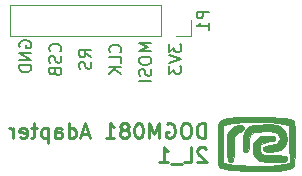
<source format=gbr>
G04 #@! TF.FileFunction,Legend,Bot*
%FSLAX46Y46*%
G04 Gerber Fmt 4.6, Leading zero omitted, Abs format (unit mm)*
G04 Created by KiCad (PCBNEW 4.0.0-rc1-stable) date 09/08/2017 17:43:47*
%MOMM*%
G01*
G04 APERTURE LIST*
%ADD10C,0.076200*%
%ADD11C,0.254000*%
%ADD12C,0.127000*%
%ADD13C,0.120000*%
%ADD14C,0.100000*%
%ADD15C,0.150000*%
G04 APERTURE END LIST*
D10*
D11*
X182831619Y-88458524D02*
X182831619Y-87188524D01*
X182529238Y-87188524D01*
X182347810Y-87249000D01*
X182226857Y-87369952D01*
X182166381Y-87490905D01*
X182105905Y-87732810D01*
X182105905Y-87914238D01*
X182166381Y-88156143D01*
X182226857Y-88277095D01*
X182347810Y-88398048D01*
X182529238Y-88458524D01*
X182831619Y-88458524D01*
X181319714Y-87188524D02*
X181077810Y-87188524D01*
X180956857Y-87249000D01*
X180835905Y-87369952D01*
X180775429Y-87611857D01*
X180775429Y-88035190D01*
X180835905Y-88277095D01*
X180956857Y-88398048D01*
X181077810Y-88458524D01*
X181319714Y-88458524D01*
X181440667Y-88398048D01*
X181561619Y-88277095D01*
X181622095Y-88035190D01*
X181622095Y-87611857D01*
X181561619Y-87369952D01*
X181440667Y-87249000D01*
X181319714Y-87188524D01*
X179565905Y-87249000D02*
X179686857Y-87188524D01*
X179868286Y-87188524D01*
X180049714Y-87249000D01*
X180170667Y-87369952D01*
X180231143Y-87490905D01*
X180291619Y-87732810D01*
X180291619Y-87914238D01*
X180231143Y-88156143D01*
X180170667Y-88277095D01*
X180049714Y-88398048D01*
X179868286Y-88458524D01*
X179747334Y-88458524D01*
X179565905Y-88398048D01*
X179505429Y-88337571D01*
X179505429Y-87914238D01*
X179747334Y-87914238D01*
X178961143Y-88458524D02*
X178961143Y-87188524D01*
X178537810Y-88095667D01*
X178114476Y-87188524D01*
X178114476Y-88458524D01*
X177267809Y-87188524D02*
X177146857Y-87188524D01*
X177025905Y-87249000D01*
X176965428Y-87309476D01*
X176904952Y-87430429D01*
X176844476Y-87672333D01*
X176844476Y-87974714D01*
X176904952Y-88216619D01*
X176965428Y-88337571D01*
X177025905Y-88398048D01*
X177146857Y-88458524D01*
X177267809Y-88458524D01*
X177388762Y-88398048D01*
X177449238Y-88337571D01*
X177509714Y-88216619D01*
X177570190Y-87974714D01*
X177570190Y-87672333D01*
X177509714Y-87430429D01*
X177449238Y-87309476D01*
X177388762Y-87249000D01*
X177267809Y-87188524D01*
X176118761Y-87732810D02*
X176239714Y-87672333D01*
X176300190Y-87611857D01*
X176360666Y-87490905D01*
X176360666Y-87430429D01*
X176300190Y-87309476D01*
X176239714Y-87249000D01*
X176118761Y-87188524D01*
X175876857Y-87188524D01*
X175755904Y-87249000D01*
X175695428Y-87309476D01*
X175634952Y-87430429D01*
X175634952Y-87490905D01*
X175695428Y-87611857D01*
X175755904Y-87672333D01*
X175876857Y-87732810D01*
X176118761Y-87732810D01*
X176239714Y-87793286D01*
X176300190Y-87853762D01*
X176360666Y-87974714D01*
X176360666Y-88216619D01*
X176300190Y-88337571D01*
X176239714Y-88398048D01*
X176118761Y-88458524D01*
X175876857Y-88458524D01*
X175755904Y-88398048D01*
X175695428Y-88337571D01*
X175634952Y-88216619D01*
X175634952Y-87974714D01*
X175695428Y-87853762D01*
X175755904Y-87793286D01*
X175876857Y-87732810D01*
X174425428Y-88458524D02*
X175151142Y-88458524D01*
X174788285Y-88458524D02*
X174788285Y-87188524D01*
X174909237Y-87369952D01*
X175030190Y-87490905D01*
X175151142Y-87551381D01*
X172973999Y-88095667D02*
X172369237Y-88095667D01*
X173094952Y-88458524D02*
X172671618Y-87188524D01*
X172248285Y-88458524D01*
X171280666Y-88458524D02*
X171280666Y-87188524D01*
X171280666Y-88398048D02*
X171401619Y-88458524D01*
X171643523Y-88458524D01*
X171764476Y-88398048D01*
X171824952Y-88337571D01*
X171885428Y-88216619D01*
X171885428Y-87853762D01*
X171824952Y-87732810D01*
X171764476Y-87672333D01*
X171643523Y-87611857D01*
X171401619Y-87611857D01*
X171280666Y-87672333D01*
X170131618Y-88458524D02*
X170131618Y-87793286D01*
X170192095Y-87672333D01*
X170313047Y-87611857D01*
X170554952Y-87611857D01*
X170675904Y-87672333D01*
X170131618Y-88398048D02*
X170252571Y-88458524D01*
X170554952Y-88458524D01*
X170675904Y-88398048D01*
X170736380Y-88277095D01*
X170736380Y-88156143D01*
X170675904Y-88035190D01*
X170554952Y-87974714D01*
X170252571Y-87974714D01*
X170131618Y-87914238D01*
X169526856Y-87611857D02*
X169526856Y-88881857D01*
X169526856Y-87672333D02*
X169405904Y-87611857D01*
X169163999Y-87611857D01*
X169043047Y-87672333D01*
X168982570Y-87732810D01*
X168922094Y-87853762D01*
X168922094Y-88216619D01*
X168982570Y-88337571D01*
X169043047Y-88398048D01*
X169163999Y-88458524D01*
X169405904Y-88458524D01*
X169526856Y-88398048D01*
X168559237Y-87611857D02*
X168075427Y-87611857D01*
X168377808Y-87188524D02*
X168377808Y-88277095D01*
X168317332Y-88398048D01*
X168196379Y-88458524D01*
X168075427Y-88458524D01*
X167168285Y-88398048D02*
X167289237Y-88458524D01*
X167531142Y-88458524D01*
X167652094Y-88398048D01*
X167712570Y-88277095D01*
X167712570Y-87793286D01*
X167652094Y-87672333D01*
X167531142Y-87611857D01*
X167289237Y-87611857D01*
X167168285Y-87672333D01*
X167107808Y-87793286D01*
X167107808Y-87914238D01*
X167712570Y-88035190D01*
X166563523Y-88458524D02*
X166563523Y-87611857D01*
X166563523Y-87853762D02*
X166503047Y-87732810D01*
X166442571Y-87672333D01*
X166321618Y-87611857D01*
X166200666Y-87611857D01*
X182892095Y-89341476D02*
X182831619Y-89281000D01*
X182710667Y-89220524D01*
X182408286Y-89220524D01*
X182287333Y-89281000D01*
X182226857Y-89341476D01*
X182166381Y-89462429D01*
X182166381Y-89583381D01*
X182226857Y-89764810D01*
X182952571Y-90490524D01*
X182166381Y-90490524D01*
X181017333Y-90490524D02*
X181622095Y-90490524D01*
X181622095Y-89220524D01*
X180896381Y-90611476D02*
X179928762Y-90611476D01*
X178961143Y-90490524D02*
X179686857Y-90490524D01*
X179324000Y-90490524D02*
X179324000Y-89220524D01*
X179444952Y-89401952D01*
X179565905Y-89522905D01*
X179686857Y-89583381D01*
D12*
X167132000Y-80759905D02*
X167083619Y-80663143D01*
X167083619Y-80518000D01*
X167132000Y-80372858D01*
X167228762Y-80276096D01*
X167325524Y-80227715D01*
X167519048Y-80179334D01*
X167664190Y-80179334D01*
X167857714Y-80227715D01*
X167954476Y-80276096D01*
X168051238Y-80372858D01*
X168099619Y-80518000D01*
X168099619Y-80614762D01*
X168051238Y-80759905D01*
X168002857Y-80808286D01*
X167664190Y-80808286D01*
X167664190Y-80614762D01*
X168099619Y-81243715D02*
X167083619Y-81243715D01*
X168099619Y-81824286D01*
X167083619Y-81824286D01*
X168099619Y-82308096D02*
X167083619Y-82308096D01*
X167083619Y-82550001D01*
X167132000Y-82695143D01*
X167228762Y-82791905D01*
X167325524Y-82840286D01*
X167519048Y-82888667D01*
X167664190Y-82888667D01*
X167857714Y-82840286D01*
X167954476Y-82791905D01*
X168051238Y-82695143D01*
X168099619Y-82550001D01*
X168099619Y-82308096D01*
X170542857Y-81110667D02*
X170591238Y-81062286D01*
X170639619Y-80917143D01*
X170639619Y-80820381D01*
X170591238Y-80675239D01*
X170494476Y-80578477D01*
X170397714Y-80530096D01*
X170204190Y-80481715D01*
X170059048Y-80481715D01*
X169865524Y-80530096D01*
X169768762Y-80578477D01*
X169672000Y-80675239D01*
X169623619Y-80820381D01*
X169623619Y-80917143D01*
X169672000Y-81062286D01*
X169720381Y-81110667D01*
X170591238Y-81497715D02*
X170639619Y-81642858D01*
X170639619Y-81884762D01*
X170591238Y-81981524D01*
X170542857Y-82029905D01*
X170446095Y-82078286D01*
X170349333Y-82078286D01*
X170252571Y-82029905D01*
X170204190Y-81981524D01*
X170155810Y-81884762D01*
X170107429Y-81691239D01*
X170059048Y-81594477D01*
X170010667Y-81546096D01*
X169913905Y-81497715D01*
X169817143Y-81497715D01*
X169720381Y-81546096D01*
X169672000Y-81594477D01*
X169623619Y-81691239D01*
X169623619Y-81933143D01*
X169672000Y-82078286D01*
X170107429Y-82852381D02*
X170155810Y-82997524D01*
X170204190Y-83045905D01*
X170300952Y-83094286D01*
X170446095Y-83094286D01*
X170542857Y-83045905D01*
X170591238Y-82997524D01*
X170639619Y-82900762D01*
X170639619Y-82513715D01*
X169623619Y-82513715D01*
X169623619Y-82852381D01*
X169672000Y-82949143D01*
X169720381Y-82997524D01*
X169817143Y-83045905D01*
X169913905Y-83045905D01*
X170010667Y-82997524D01*
X170059048Y-82949143D01*
X170107429Y-82852381D01*
X170107429Y-82513715D01*
X173179619Y-81618667D02*
X172695810Y-81280001D01*
X173179619Y-81038096D02*
X172163619Y-81038096D01*
X172163619Y-81425143D01*
X172212000Y-81521905D01*
X172260381Y-81570286D01*
X172357143Y-81618667D01*
X172502286Y-81618667D01*
X172599048Y-81570286D01*
X172647429Y-81521905D01*
X172695810Y-81425143D01*
X172695810Y-81038096D01*
X173131238Y-82005715D02*
X173179619Y-82150858D01*
X173179619Y-82392762D01*
X173131238Y-82489524D01*
X173082857Y-82537905D01*
X172986095Y-82586286D01*
X172889333Y-82586286D01*
X172792571Y-82537905D01*
X172744190Y-82489524D01*
X172695810Y-82392762D01*
X172647429Y-82199239D01*
X172599048Y-82102477D01*
X172550667Y-82054096D01*
X172453905Y-82005715D01*
X172357143Y-82005715D01*
X172260381Y-82054096D01*
X172212000Y-82102477D01*
X172163619Y-82199239D01*
X172163619Y-82441143D01*
X172212000Y-82586286D01*
X175622857Y-81183238D02*
X175671238Y-81134857D01*
X175719619Y-80989714D01*
X175719619Y-80892952D01*
X175671238Y-80747810D01*
X175574476Y-80651048D01*
X175477714Y-80602667D01*
X175284190Y-80554286D01*
X175139048Y-80554286D01*
X174945524Y-80602667D01*
X174848762Y-80651048D01*
X174752000Y-80747810D01*
X174703619Y-80892952D01*
X174703619Y-80989714D01*
X174752000Y-81134857D01*
X174800381Y-81183238D01*
X175719619Y-82102476D02*
X175719619Y-81618667D01*
X174703619Y-81618667D01*
X175719619Y-82441143D02*
X174703619Y-82441143D01*
X175719619Y-83021714D02*
X175139048Y-82586286D01*
X174703619Y-83021714D02*
X175284190Y-82441143D01*
X178259619Y-80445429D02*
X177243619Y-80445429D01*
X177969333Y-80784095D01*
X177243619Y-81122762D01*
X178259619Y-81122762D01*
X177243619Y-81800096D02*
X177243619Y-81993619D01*
X177292000Y-82090381D01*
X177388762Y-82187143D01*
X177582286Y-82235524D01*
X177920952Y-82235524D01*
X178114476Y-82187143D01*
X178211238Y-82090381D01*
X178259619Y-81993619D01*
X178259619Y-81800096D01*
X178211238Y-81703334D01*
X178114476Y-81606572D01*
X177920952Y-81558191D01*
X177582286Y-81558191D01*
X177388762Y-81606572D01*
X177292000Y-81703334D01*
X177243619Y-81800096D01*
X178211238Y-82622572D02*
X178259619Y-82767715D01*
X178259619Y-83009619D01*
X178211238Y-83106381D01*
X178162857Y-83154762D01*
X178066095Y-83203143D01*
X177969333Y-83203143D01*
X177872571Y-83154762D01*
X177824190Y-83106381D01*
X177775810Y-83009619D01*
X177727429Y-82816096D01*
X177679048Y-82719334D01*
X177630667Y-82670953D01*
X177533905Y-82622572D01*
X177437143Y-82622572D01*
X177340381Y-82670953D01*
X177292000Y-82719334D01*
X177243619Y-82816096D01*
X177243619Y-83058000D01*
X177292000Y-83203143D01*
X178259619Y-83638572D02*
X177243619Y-83638572D01*
X179783619Y-80530096D02*
X179783619Y-81159048D01*
X180170667Y-80820382D01*
X180170667Y-80965524D01*
X180219048Y-81062286D01*
X180267429Y-81110667D01*
X180364190Y-81159048D01*
X180606095Y-81159048D01*
X180702857Y-81110667D01*
X180751238Y-81062286D01*
X180799619Y-80965524D01*
X180799619Y-80675239D01*
X180751238Y-80578477D01*
X180702857Y-80530096D01*
X179783619Y-81449334D02*
X180799619Y-81788001D01*
X179783619Y-82126667D01*
X179783619Y-82368572D02*
X179783619Y-82997524D01*
X180170667Y-82658858D01*
X180170667Y-82804000D01*
X180219048Y-82900762D01*
X180267429Y-82949143D01*
X180364190Y-82997524D01*
X180606095Y-82997524D01*
X180702857Y-82949143D01*
X180751238Y-82900762D01*
X180799619Y-82804000D01*
X180799619Y-82513715D01*
X180751238Y-82416953D01*
X180702857Y-82368572D01*
D13*
X179070000Y-79816000D02*
X166310000Y-79816000D01*
X166310000Y-79816000D02*
X166310000Y-77156000D01*
X166310000Y-77156000D02*
X179070000Y-77156000D01*
X179070000Y-77156000D02*
X179070000Y-79816000D01*
X180340000Y-79816000D02*
X181670000Y-79816000D01*
X181670000Y-79816000D02*
X181670000Y-78486000D01*
D14*
G36*
X183893622Y-88156418D02*
X183895762Y-88750076D01*
X183896000Y-88934945D01*
X183897968Y-89575217D01*
X183904635Y-90065453D01*
X183917144Y-90424914D01*
X183936639Y-90672861D01*
X183964265Y-90828554D01*
X184001165Y-90911252D01*
X184014169Y-90924670D01*
X184181404Y-90996142D01*
X184319333Y-91026474D01*
X184319333Y-90572748D01*
X184319333Y-88979371D01*
X184323389Y-88458909D01*
X184334750Y-88009332D01*
X184352205Y-87655665D01*
X184374547Y-87422937D01*
X184398725Y-87336926D01*
X184510173Y-87306092D01*
X184752448Y-87259619D01*
X185088507Y-87204095D01*
X185435892Y-87152485D01*
X186064360Y-87090536D01*
X186791949Y-87062245D01*
X187561863Y-87066497D01*
X188317308Y-87102179D01*
X189001486Y-87168176D01*
X189399333Y-87230237D01*
X189949667Y-87334859D01*
X189972634Y-88956143D01*
X189995601Y-90577426D01*
X189422301Y-90668198D01*
X189086387Y-90720928D01*
X188781576Y-90768002D01*
X188595000Y-90796091D01*
X188354831Y-90813739D01*
X187983475Y-90820161D01*
X187518617Y-90816617D01*
X186997943Y-90804364D01*
X186459138Y-90784660D01*
X185939888Y-90758761D01*
X185477878Y-90727926D01*
X185110794Y-90693412D01*
X184975500Y-90675306D01*
X184319333Y-90572748D01*
X184319333Y-91026474D01*
X184490725Y-91064166D01*
X184914887Y-91126037D01*
X185426644Y-91179051D01*
X185998751Y-91220504D01*
X186603961Y-91247692D01*
X187215031Y-91257910D01*
X187367333Y-91257483D01*
X187852331Y-91252260D01*
X188291111Y-91244201D01*
X188649846Y-91234183D01*
X188894708Y-91223080D01*
X188976000Y-91215816D01*
X189482572Y-91132236D01*
X189890361Y-91049708D01*
X190175538Y-90973632D01*
X190309500Y-90913674D01*
X190346535Y-90835849D01*
X190374694Y-90660790D01*
X190394802Y-90373075D01*
X190407683Y-89957284D01*
X190414163Y-89397996D01*
X190415333Y-88934945D01*
X190414382Y-88318599D01*
X190410423Y-87850164D01*
X190401800Y-87508224D01*
X190386856Y-87271362D01*
X190363934Y-87118160D01*
X190331378Y-87027203D01*
X190287532Y-86977073D01*
X190262688Y-86961597D01*
X189996800Y-86868179D01*
X189591239Y-86788175D01*
X189075227Y-86722830D01*
X188477985Y-86673389D01*
X187828736Y-86641099D01*
X187156702Y-86627204D01*
X186491104Y-86632950D01*
X185861166Y-86659582D01*
X185296109Y-86708346D01*
X185057807Y-86739783D01*
X184692342Y-86791423D01*
X184412238Y-86836352D01*
X184206234Y-86895847D01*
X184063071Y-86991182D01*
X183971488Y-87143632D01*
X183920225Y-87374471D01*
X183898023Y-87704975D01*
X183893622Y-88156418D01*
X183893622Y-88156418D01*
X183893622Y-88156418D01*
G37*
X183893622Y-88156418D02*
X183895762Y-88750076D01*
X183896000Y-88934945D01*
X183897968Y-89575217D01*
X183904635Y-90065453D01*
X183917144Y-90424914D01*
X183936639Y-90672861D01*
X183964265Y-90828554D01*
X184001165Y-90911252D01*
X184014169Y-90924670D01*
X184181404Y-90996142D01*
X184319333Y-91026474D01*
X184319333Y-90572748D01*
X184319333Y-88979371D01*
X184323389Y-88458909D01*
X184334750Y-88009332D01*
X184352205Y-87655665D01*
X184374547Y-87422937D01*
X184398725Y-87336926D01*
X184510173Y-87306092D01*
X184752448Y-87259619D01*
X185088507Y-87204095D01*
X185435892Y-87152485D01*
X186064360Y-87090536D01*
X186791949Y-87062245D01*
X187561863Y-87066497D01*
X188317308Y-87102179D01*
X189001486Y-87168176D01*
X189399333Y-87230237D01*
X189949667Y-87334859D01*
X189972634Y-88956143D01*
X189995601Y-90577426D01*
X189422301Y-90668198D01*
X189086387Y-90720928D01*
X188781576Y-90768002D01*
X188595000Y-90796091D01*
X188354831Y-90813739D01*
X187983475Y-90820161D01*
X187518617Y-90816617D01*
X186997943Y-90804364D01*
X186459138Y-90784660D01*
X185939888Y-90758761D01*
X185477878Y-90727926D01*
X185110794Y-90693412D01*
X184975500Y-90675306D01*
X184319333Y-90572748D01*
X184319333Y-91026474D01*
X184490725Y-91064166D01*
X184914887Y-91126037D01*
X185426644Y-91179051D01*
X185998751Y-91220504D01*
X186603961Y-91247692D01*
X187215031Y-91257910D01*
X187367333Y-91257483D01*
X187852331Y-91252260D01*
X188291111Y-91244201D01*
X188649846Y-91234183D01*
X188894708Y-91223080D01*
X188976000Y-91215816D01*
X189482572Y-91132236D01*
X189890361Y-91049708D01*
X190175538Y-90973632D01*
X190309500Y-90913674D01*
X190346535Y-90835849D01*
X190374694Y-90660790D01*
X190394802Y-90373075D01*
X190407683Y-89957284D01*
X190414163Y-89397996D01*
X190415333Y-88934945D01*
X190414382Y-88318599D01*
X190410423Y-87850164D01*
X190401800Y-87508224D01*
X190386856Y-87271362D01*
X190363934Y-87118160D01*
X190331378Y-87027203D01*
X190287532Y-86977073D01*
X190262688Y-86961597D01*
X189996800Y-86868179D01*
X189591239Y-86788175D01*
X189075227Y-86722830D01*
X188477985Y-86673389D01*
X187828736Y-86641099D01*
X187156702Y-86627204D01*
X186491104Y-86632950D01*
X185861166Y-86659582D01*
X185296109Y-86708346D01*
X185057807Y-86739783D01*
X184692342Y-86791423D01*
X184412238Y-86836352D01*
X184206234Y-86895847D01*
X184063071Y-86991182D01*
X183971488Y-87143632D01*
X183920225Y-87374471D01*
X183898023Y-87704975D01*
X183893622Y-88156418D01*
X183893622Y-88156418D01*
G36*
X186855330Y-89301396D02*
X186902811Y-89684950D01*
X187067553Y-90034481D01*
X187341839Y-90303811D01*
X187483097Y-90377168D01*
X187671433Y-90427105D01*
X187942285Y-90458878D01*
X188331089Y-90477742D01*
X188552667Y-90483393D01*
X188949061Y-90487691D01*
X189287353Y-90483729D01*
X189529130Y-90472450D01*
X189632167Y-90456953D01*
X189721029Y-90339885D01*
X189729116Y-90161760D01*
X189661306Y-90007596D01*
X189604075Y-89967391D01*
X189465273Y-89945378D01*
X189201201Y-89928077D01*
X188855907Y-89917813D01*
X188630409Y-89916000D01*
X188148865Y-89900429D01*
X187812329Y-89846481D01*
X187598728Y-89743299D01*
X187485987Y-89580028D01*
X187452033Y-89345811D01*
X187452000Y-89336455D01*
X187518498Y-89072492D01*
X187723142Y-88885644D01*
X188073658Y-88770320D01*
X188275076Y-88740904D01*
X188550639Y-88705063D01*
X188697307Y-88659056D01*
X188755127Y-88581255D01*
X188764333Y-88476666D01*
X188753369Y-88362268D01*
X188695036Y-88295955D01*
X188551176Y-88261166D01*
X188283631Y-88241341D01*
X188214000Y-88237817D01*
X187797720Y-88241844D01*
X187498020Y-88306245D01*
X187403721Y-88348786D01*
X187107058Y-88593094D01*
X186923837Y-88924037D01*
X186855330Y-89301396D01*
X186855330Y-89301396D01*
X186855330Y-89301396D01*
G37*
X186855330Y-89301396D02*
X186902811Y-89684950D01*
X187067553Y-90034481D01*
X187341839Y-90303811D01*
X187483097Y-90377168D01*
X187671433Y-90427105D01*
X187942285Y-90458878D01*
X188331089Y-90477742D01*
X188552667Y-90483393D01*
X188949061Y-90487691D01*
X189287353Y-90483729D01*
X189529130Y-90472450D01*
X189632167Y-90456953D01*
X189721029Y-90339885D01*
X189729116Y-90161760D01*
X189661306Y-90007596D01*
X189604075Y-89967391D01*
X189465273Y-89945378D01*
X189201201Y-89928077D01*
X188855907Y-89917813D01*
X188630409Y-89916000D01*
X188148865Y-89900429D01*
X187812329Y-89846481D01*
X187598728Y-89743299D01*
X187485987Y-89580028D01*
X187452033Y-89345811D01*
X187452000Y-89336455D01*
X187518498Y-89072492D01*
X187723142Y-88885644D01*
X188073658Y-88770320D01*
X188275076Y-88740904D01*
X188550639Y-88705063D01*
X188697307Y-88659056D01*
X188755127Y-88581255D01*
X188764333Y-88476666D01*
X188753369Y-88362268D01*
X188695036Y-88295955D01*
X188551176Y-88261166D01*
X188283631Y-88241341D01*
X188214000Y-88237817D01*
X187797720Y-88241844D01*
X187498020Y-88306245D01*
X187403721Y-88348786D01*
X187107058Y-88593094D01*
X186923837Y-88924037D01*
X186855330Y-89301396D01*
X186855330Y-89301396D01*
G36*
X184658932Y-89392399D02*
X184678862Y-89915157D01*
X184739661Y-90278069D01*
X184840706Y-90479846D01*
X184981376Y-90519203D01*
X185149067Y-90407066D01*
X185202318Y-90261488D01*
X185236314Y-89954882D01*
X185250324Y-89494537D01*
X185250667Y-89395050D01*
X185259236Y-88997735D01*
X185282370Y-88645407D01*
X185316210Y-88383877D01*
X185344759Y-88278124D01*
X185488325Y-88108654D01*
X185722672Y-87961565D01*
X185768092Y-87942284D01*
X185989162Y-87831786D01*
X186083993Y-87705972D01*
X186097333Y-87600685D01*
X186033361Y-87424243D01*
X185865431Y-87340667D01*
X185629525Y-87347481D01*
X185361626Y-87442205D01*
X185097716Y-87622361D01*
X185043722Y-87673255D01*
X184892440Y-87849985D01*
X184785784Y-88049797D01*
X184716483Y-88305186D01*
X184677263Y-88648649D01*
X184660851Y-89112682D01*
X184658932Y-89392399D01*
X184658932Y-89392399D01*
X184658932Y-89392399D01*
G37*
X184658932Y-89392399D02*
X184678862Y-89915157D01*
X184739661Y-90278069D01*
X184840706Y-90479846D01*
X184981376Y-90519203D01*
X185149067Y-90407066D01*
X185202318Y-90261488D01*
X185236314Y-89954882D01*
X185250324Y-89494537D01*
X185250667Y-89395050D01*
X185259236Y-88997735D01*
X185282370Y-88645407D01*
X185316210Y-88383877D01*
X185344759Y-88278124D01*
X185488325Y-88108654D01*
X185722672Y-87961565D01*
X185768092Y-87942284D01*
X185989162Y-87831786D01*
X186083993Y-87705972D01*
X186097333Y-87600685D01*
X186033361Y-87424243D01*
X185865431Y-87340667D01*
X185629525Y-87347481D01*
X185361626Y-87442205D01*
X185097716Y-87622361D01*
X185043722Y-87673255D01*
X184892440Y-87849985D01*
X184785784Y-88049797D01*
X184716483Y-88305186D01*
X184677263Y-88648649D01*
X184660851Y-89112682D01*
X184658932Y-89392399D01*
X184658932Y-89392399D01*
G36*
X186002801Y-89026520D02*
X186026826Y-89323519D01*
X186078783Y-89533327D01*
X186139667Y-89607951D01*
X186331695Y-89638023D01*
X186452143Y-89541621D01*
X186510889Y-89304874D01*
X186520667Y-89072909D01*
X186555746Y-88577412D01*
X186663015Y-88227937D01*
X186845521Y-88015931D01*
X186909865Y-87980336D01*
X187087306Y-87937401D01*
X187382414Y-87904319D01*
X187743592Y-87886058D01*
X187910233Y-87884000D01*
X188301858Y-87889548D01*
X188566654Y-87911080D01*
X188746902Y-87955927D01*
X188884886Y-88031422D01*
X188922249Y-88059478D01*
X189101246Y-88288739D01*
X189138798Y-88551950D01*
X189031614Y-88798950D01*
X188974688Y-88858854D01*
X188751794Y-88973454D01*
X188402358Y-89044508D01*
X188318521Y-89052644D01*
X187954152Y-89109077D01*
X187753352Y-89206606D01*
X187715192Y-89346155D01*
X187838743Y-89528647D01*
X187839048Y-89528952D01*
X188036147Y-89626949D01*
X188358777Y-89644715D01*
X188818879Y-89582860D01*
X188835249Y-89579719D01*
X189214998Y-89433080D01*
X189493444Y-89181501D01*
X189666504Y-88858686D01*
X189730099Y-88498335D01*
X189680146Y-88134151D01*
X189512565Y-87799837D01*
X189223274Y-87529094D01*
X189092472Y-87455569D01*
X188909140Y-87376187D01*
X188725711Y-87325824D01*
X188500663Y-87299875D01*
X188192472Y-87293734D01*
X187759616Y-87302796D01*
X187724509Y-87303852D01*
X187231514Y-87326266D01*
X186873565Y-87366823D01*
X186616477Y-87437716D01*
X186426068Y-87551137D01*
X186268155Y-87719277D01*
X186170375Y-87858171D01*
X186090495Y-88058154D01*
X186035418Y-88349259D01*
X186005926Y-88686907D01*
X186002801Y-89026520D01*
X186002801Y-89026520D01*
X186002801Y-89026520D01*
G37*
X186002801Y-89026520D02*
X186026826Y-89323519D01*
X186078783Y-89533327D01*
X186139667Y-89607951D01*
X186331695Y-89638023D01*
X186452143Y-89541621D01*
X186510889Y-89304874D01*
X186520667Y-89072909D01*
X186555746Y-88577412D01*
X186663015Y-88227937D01*
X186845521Y-88015931D01*
X186909865Y-87980336D01*
X187087306Y-87937401D01*
X187382414Y-87904319D01*
X187743592Y-87886058D01*
X187910233Y-87884000D01*
X188301858Y-87889548D01*
X188566654Y-87911080D01*
X188746902Y-87955927D01*
X188884886Y-88031422D01*
X188922249Y-88059478D01*
X189101246Y-88288739D01*
X189138798Y-88551950D01*
X189031614Y-88798950D01*
X188974688Y-88858854D01*
X188751794Y-88973454D01*
X188402358Y-89044508D01*
X188318521Y-89052644D01*
X187954152Y-89109077D01*
X187753352Y-89206606D01*
X187715192Y-89346155D01*
X187838743Y-89528647D01*
X187839048Y-89528952D01*
X188036147Y-89626949D01*
X188358777Y-89644715D01*
X188818879Y-89582860D01*
X188835249Y-89579719D01*
X189214998Y-89433080D01*
X189493444Y-89181501D01*
X189666504Y-88858686D01*
X189730099Y-88498335D01*
X189680146Y-88134151D01*
X189512565Y-87799837D01*
X189223274Y-87529094D01*
X189092472Y-87455569D01*
X188909140Y-87376187D01*
X188725711Y-87325824D01*
X188500663Y-87299875D01*
X188192472Y-87293734D01*
X187759616Y-87302796D01*
X187724509Y-87303852D01*
X187231514Y-87326266D01*
X186873565Y-87366823D01*
X186616477Y-87437716D01*
X186426068Y-87551137D01*
X186268155Y-87719277D01*
X186170375Y-87858171D01*
X186090495Y-88058154D01*
X186035418Y-88349259D01*
X186005926Y-88686907D01*
X186002801Y-89026520D01*
X186002801Y-89026520D01*
D15*
X183122381Y-77747905D02*
X182122381Y-77747905D01*
X182122381Y-78128858D01*
X182170000Y-78224096D01*
X182217619Y-78271715D01*
X182312857Y-78319334D01*
X182455714Y-78319334D01*
X182550952Y-78271715D01*
X182598571Y-78224096D01*
X182646190Y-78128858D01*
X182646190Y-77747905D01*
X183122381Y-79271715D02*
X183122381Y-78700286D01*
X183122381Y-78986000D02*
X182122381Y-78986000D01*
X182265238Y-78890762D01*
X182360476Y-78795524D01*
X182408095Y-78700286D01*
M02*

</source>
